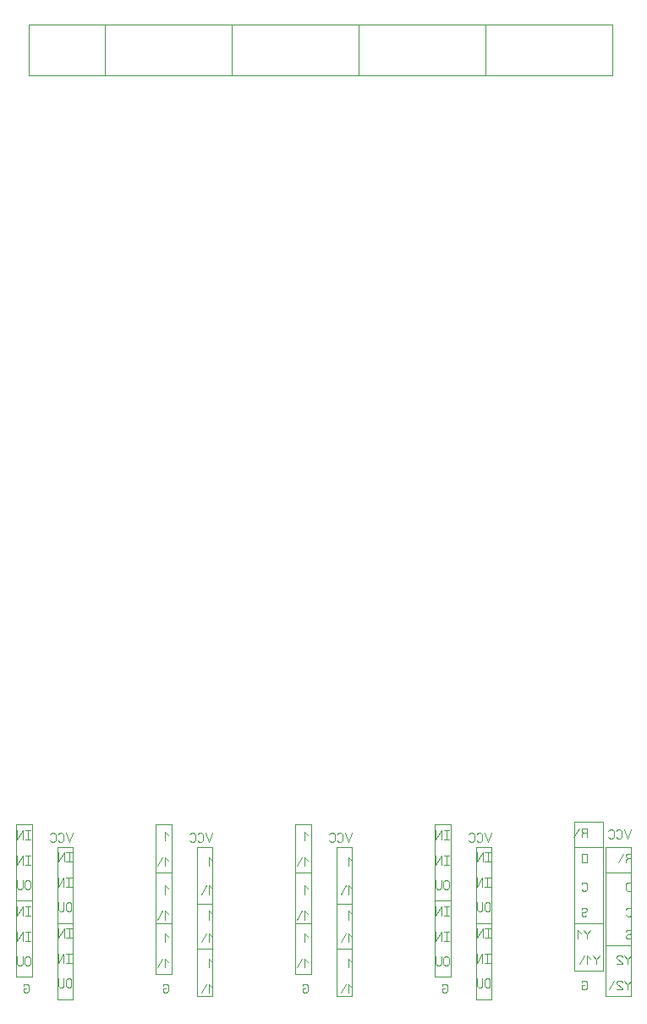
<source format=gbr>
%FSLAX34Y34*%
%MOMM*%
%LNSILK_BOTTOM*%
G71*
G01*
%ADD10C, 0.10*%
%ADD11C, 0.11*%
%LPD*%
G54D10*
X142875Y990600D02*
X219075Y990600D01*
X219075Y939800D01*
X142875Y939800D01*
X142875Y990600D01*
G54D10*
X219075Y990600D02*
X346075Y990600D01*
X346075Y939800D01*
X219075Y939800D01*
X219075Y990600D01*
G54D10*
X346075Y990600D02*
X473075Y990600D01*
X473075Y939800D01*
X346075Y939800D01*
X346075Y990600D01*
G54D10*
X473075Y990600D02*
X600075Y990600D01*
X600075Y939800D01*
X473075Y939800D01*
X473075Y990600D01*
G54D10*
X600075Y990600D02*
X727075Y990600D01*
X727075Y939800D01*
X600075Y939800D01*
X600075Y990600D01*
G54D11*
X699008Y182244D02*
X697008Y181133D01*
X696342Y180022D01*
X696342Y177800D01*
G54D11*
X701675Y177800D02*
X701675Y186689D01*
X698342Y186689D01*
X697008Y186133D01*
X696342Y185022D01*
X696342Y183911D01*
X697008Y182800D01*
X698342Y182244D01*
X701675Y182244D01*
G54D11*
X688565Y177800D02*
X693898Y186689D01*
G54D11*
X701675Y152400D02*
X701675Y161289D01*
X698342Y161289D01*
X697008Y160733D01*
X696342Y159622D01*
X696342Y154067D01*
X697008Y152956D01*
X698342Y152400D01*
X701675Y152400D01*
G54D11*
X696342Y125492D02*
X697008Y124380D01*
X698342Y123825D01*
X699675Y123825D01*
X701008Y124380D01*
X701675Y125492D01*
X701675Y131047D01*
X701008Y132158D01*
X699675Y132714D01*
X698342Y132714D01*
X697008Y132158D01*
X696342Y131047D01*
G54D11*
X701675Y100092D02*
X701008Y98980D01*
X699675Y98425D01*
X698342Y98425D01*
X697008Y98980D01*
X696342Y100092D01*
X696342Y101203D01*
X697008Y102314D01*
X698342Y102870D01*
X699675Y102870D01*
X701008Y103425D01*
X701675Y104536D01*
X701675Y105647D01*
X701008Y106758D01*
X699675Y107314D01*
X698342Y107314D01*
X697008Y106758D01*
X696342Y105647D01*
G54D11*
X704850Y85089D02*
X701517Y80644D01*
X701517Y76200D01*
G54D11*
X701517Y80644D02*
X698183Y85089D01*
G54D11*
X695739Y81756D02*
X692406Y85089D01*
X692406Y76200D01*
G54D11*
X714375Y59689D02*
X711042Y55244D01*
X711042Y50800D01*
G54D11*
X711042Y55244D02*
X707708Y59689D01*
G54D11*
X705264Y56356D02*
X701931Y59689D01*
X701931Y50800D01*
G54D11*
X694154Y50800D02*
X699487Y59689D01*
G54D11*
X699008Y29844D02*
X696342Y29844D01*
X696342Y27067D01*
X697008Y25956D01*
X698342Y25400D01*
X699675Y25400D01*
X701008Y25956D01*
X701675Y27067D01*
X701675Y32622D01*
X701008Y33733D01*
X699675Y34289D01*
X698342Y34289D01*
X697008Y33733D01*
X696342Y32622D01*
G54D11*
X746125Y34289D02*
X742792Y29844D01*
X742792Y25400D01*
G54D11*
X742792Y29844D02*
X739458Y34289D01*
G54D11*
X731681Y25400D02*
X737014Y25400D01*
X737014Y25956D01*
X736347Y27067D01*
X732347Y30400D01*
X731681Y31511D01*
X731681Y32622D01*
X732347Y33733D01*
X733681Y34289D01*
X735014Y34289D01*
X736347Y33733D01*
X737014Y32622D01*
G54D11*
X723904Y25400D02*
X729237Y34289D01*
G54D11*
X746125Y59689D02*
X742792Y55244D01*
X742792Y50800D01*
G54D11*
X742792Y55244D02*
X739458Y59689D01*
G54D11*
X731681Y50800D02*
X737014Y50800D01*
X737014Y51356D01*
X736347Y52467D01*
X732347Y55800D01*
X731681Y56911D01*
X731681Y58022D01*
X732347Y59133D01*
X733681Y59689D01*
X735014Y59689D01*
X736347Y59133D01*
X737014Y58022D01*
G54D11*
X746125Y77867D02*
X745458Y76756D01*
X744125Y76200D01*
X742792Y76200D01*
X741458Y76756D01*
X740792Y77867D01*
X740792Y78978D01*
X741458Y80089D01*
X742792Y80644D01*
X744125Y80644D01*
X745458Y81200D01*
X746125Y82311D01*
X746125Y83422D01*
X745458Y84533D01*
X744125Y85089D01*
X742792Y85089D01*
X741458Y84533D01*
X740792Y83422D01*
G54D11*
X740792Y100092D02*
X741458Y98980D01*
X742792Y98425D01*
X744125Y98425D01*
X745458Y98980D01*
X746125Y100092D01*
X746125Y105647D01*
X745458Y106758D01*
X744125Y107314D01*
X742792Y107314D01*
X741458Y106758D01*
X740792Y105647D01*
G54D11*
X746125Y123825D02*
X746125Y132714D01*
X742792Y132714D01*
X741458Y132158D01*
X740792Y131047D01*
X740792Y125492D01*
X741458Y124380D01*
X742792Y123825D01*
X746125Y123825D01*
G54D11*
X743458Y156844D02*
X741458Y155733D01*
X740792Y154622D01*
X740792Y152400D01*
G54D11*
X746125Y152400D02*
X746125Y161289D01*
X742792Y161289D01*
X741458Y160733D01*
X740792Y159622D01*
X740792Y158511D01*
X741458Y157400D01*
X742792Y156844D01*
X746125Y156844D01*
G54D11*
X733015Y152400D02*
X738348Y161289D01*
G54D11*
X745617Y185420D02*
X742283Y176530D01*
X738950Y185420D01*
G54D11*
X731172Y178197D02*
X731839Y177086D01*
X733172Y176530D01*
X734506Y176530D01*
X735839Y177086D01*
X736506Y178197D01*
X736506Y183753D01*
X735839Y184864D01*
X734506Y185420D01*
X733172Y185420D01*
X731839Y184864D01*
X731172Y183753D01*
G54D11*
X723395Y178197D02*
X724062Y177086D01*
X725395Y176530D01*
X726729Y176530D01*
X728062Y177086D01*
X728729Y178197D01*
X728729Y183753D01*
X728062Y184864D01*
X726729Y185420D01*
X725395Y185420D01*
X724062Y184864D01*
X723395Y183753D01*
G54D11*
X563796Y175763D02*
X558462Y175763D01*
G54D11*
X561129Y175763D02*
X561129Y184652D01*
G54D11*
X563796Y184652D02*
X558462Y184652D01*
G54D11*
X556019Y175763D02*
X556019Y184652D01*
X550685Y175763D01*
X550685Y184652D01*
G54D11*
X563682Y150363D02*
X558348Y150363D01*
G54D11*
X561015Y150363D02*
X561015Y159252D01*
G54D11*
X563682Y159252D02*
X558348Y159252D01*
G54D11*
X555905Y150363D02*
X555905Y159252D01*
X550572Y150363D01*
X550572Y159252D01*
G54D11*
X558269Y133050D02*
X558269Y127494D01*
X558936Y126383D01*
X560269Y125828D01*
X561602Y125828D01*
X562936Y126383D01*
X563602Y127494D01*
X563602Y133050D01*
X562936Y134161D01*
X561602Y134716D01*
X560269Y134716D01*
X558936Y134161D01*
X558269Y133050D01*
G54D11*
X555825Y134716D02*
X555825Y127494D01*
X555159Y126383D01*
X553825Y125828D01*
X552492Y125828D01*
X551159Y126383D01*
X550492Y127494D01*
X550492Y134716D01*
G54D11*
X559308Y26670D02*
X556642Y26670D01*
X556642Y23892D01*
X557308Y22780D01*
X558642Y22225D01*
X559975Y22225D01*
X561308Y22780D01*
X561975Y23892D01*
X561975Y29447D01*
X561308Y30558D01*
X559975Y31114D01*
X558642Y31114D01*
X557308Y30558D01*
X556642Y29447D01*
G54D11*
X605917Y182244D02*
X602583Y173356D01*
X599250Y182244D01*
G54D11*
X591472Y175022D02*
X592139Y173911D01*
X593472Y173356D01*
X594806Y173356D01*
X596139Y173911D01*
X596806Y175022D01*
X596806Y180578D01*
X596139Y181689D01*
X594806Y182244D01*
X593472Y182244D01*
X592139Y181689D01*
X591472Y180578D01*
G54D11*
X583695Y175022D02*
X584362Y173911D01*
X585695Y173356D01*
X587029Y173356D01*
X588362Y173911D01*
X589029Y175022D01*
X589029Y180578D01*
X588362Y181689D01*
X587029Y182244D01*
X585695Y182244D01*
X584362Y181689D01*
X583695Y180578D01*
G54D10*
X688950Y193675D02*
X717550Y193675D01*
X717550Y44450D01*
X688950Y44450D01*
X688950Y193675D01*
G54D10*
X746125Y168275D02*
X720725Y168275D01*
X720725Y19050D01*
X746125Y19050D01*
X746125Y168275D01*
G54D10*
X688975Y168275D02*
X717550Y168275D01*
G54D10*
X720725Y142875D02*
X746125Y142875D01*
G54D10*
X688975Y92075D02*
X717550Y92075D01*
G54D10*
X720725Y69850D02*
X746125Y69850D01*
G54D10*
X549275Y190500D02*
X565150Y190500D01*
X565150Y114300D01*
X549275Y114300D01*
X549275Y190500D01*
G54D11*
X422275Y180180D02*
X418942Y183514D01*
X418942Y174625D01*
G54D11*
X422275Y154780D02*
X418942Y158114D01*
X418942Y149225D01*
G54D11*
X411165Y149225D02*
X416498Y158114D01*
G54D11*
X422275Y126206D02*
X418942Y129539D01*
X418942Y120650D01*
G54D11*
X422275Y100806D02*
X418942Y104139D01*
X418942Y95250D01*
G54D11*
X411165Y95250D02*
X416498Y104139D01*
G54D11*
X422275Y78580D02*
X418942Y81914D01*
X418942Y73025D01*
G54D11*
X422275Y53180D02*
X418942Y56514D01*
X418942Y47625D01*
G54D11*
X411165Y47625D02*
X416498Y56514D01*
G54D11*
X419608Y26670D02*
X416942Y26670D01*
X416942Y23892D01*
X417608Y22780D01*
X418942Y22225D01*
X420275Y22225D01*
X421608Y22780D01*
X422275Y23892D01*
X422275Y29447D01*
X421608Y30558D01*
X420275Y31114D01*
X418942Y31114D01*
X417608Y30558D01*
X416942Y29447D01*
G54D11*
X466725Y27780D02*
X463392Y31114D01*
X463392Y22225D01*
G54D11*
X455615Y22225D02*
X460948Y31114D01*
G54D11*
X466725Y53180D02*
X463392Y56514D01*
X463392Y47625D01*
G54D11*
X466725Y78580D02*
X463392Y81914D01*
X463392Y73025D01*
G54D11*
X455615Y73025D02*
X460948Y81914D01*
G54D11*
X466725Y100806D02*
X463392Y104139D01*
X463392Y95250D01*
G54D11*
X466725Y126206D02*
X463392Y129539D01*
X463392Y120650D01*
G54D11*
X455615Y120650D02*
X460948Y129539D01*
G54D11*
X466725Y154780D02*
X463392Y158114D01*
X463392Y149225D01*
G54D11*
X466217Y182244D02*
X462883Y173356D01*
X459550Y182244D01*
G54D11*
X451772Y175022D02*
X452439Y173911D01*
X453772Y173356D01*
X455106Y173356D01*
X456439Y173911D01*
X457106Y175022D01*
X457106Y180578D01*
X456439Y181689D01*
X455106Y182244D01*
X453772Y182244D01*
X452439Y181689D01*
X451772Y180578D01*
G54D11*
X443995Y175022D02*
X444662Y173911D01*
X445995Y173356D01*
X447329Y173356D01*
X448662Y173911D01*
X449329Y175022D01*
X449329Y180578D01*
X448662Y181689D01*
X447329Y182244D01*
X445995Y182244D01*
X444662Y181689D01*
X443995Y180578D01*
G54D10*
X409575Y190500D02*
X425450Y190500D01*
X425450Y142875D01*
X409575Y142875D01*
X409575Y190500D01*
G54D10*
X409575Y142875D02*
X425450Y142875D01*
X425450Y92075D01*
X409575Y92075D01*
X409575Y142875D01*
G54D10*
X409575Y92075D02*
X425450Y92075D01*
X425450Y41275D01*
X409575Y41275D01*
X409575Y92075D01*
G54D10*
X466725Y66675D02*
X450850Y66675D01*
X450850Y19050D01*
X466725Y19050D01*
X466725Y66675D01*
G54D10*
X450850Y66675D02*
X466725Y66675D01*
X466725Y111125D01*
X450850Y111125D01*
X450850Y66675D01*
G54D10*
X450850Y111125D02*
X466725Y111125D01*
X466725Y168275D01*
X450850Y168275D01*
X450850Y111125D01*
G54D11*
X563796Y99563D02*
X558462Y99563D01*
G54D11*
X561129Y99563D02*
X561129Y108452D01*
G54D11*
X563796Y108452D02*
X558462Y108452D01*
G54D11*
X556019Y99563D02*
X556019Y108452D01*
X550685Y99563D01*
X550685Y108452D01*
G54D11*
X563682Y74163D02*
X558348Y74163D01*
G54D11*
X561015Y74163D02*
X561015Y83052D01*
G54D11*
X563682Y83052D02*
X558348Y83052D01*
G54D11*
X555905Y74163D02*
X555905Y83052D01*
X550572Y74163D01*
X550572Y83052D01*
G54D11*
X558269Y56850D02*
X558269Y51294D01*
X558936Y50183D01*
X560269Y49628D01*
X561602Y49628D01*
X562936Y50183D01*
X563602Y51294D01*
X563602Y56850D01*
X562936Y57961D01*
X561602Y58516D01*
X560269Y58516D01*
X558936Y57961D01*
X558269Y56850D01*
G54D11*
X555825Y58516D02*
X555825Y51294D01*
X555159Y50183D01*
X553825Y49628D01*
X552492Y49628D01*
X551159Y50183D01*
X550492Y51294D01*
X550492Y58516D01*
G54D10*
X549275Y114300D02*
X565150Y114300D01*
X565150Y38100D01*
X549275Y38100D01*
X549275Y114300D01*
G54D11*
X605071Y77338D02*
X599737Y77338D01*
G54D11*
X602404Y77338D02*
X602404Y86227D01*
G54D11*
X605071Y86227D02*
X599737Y86227D01*
G54D11*
X597294Y77338D02*
X597294Y86227D01*
X591960Y77338D01*
X591960Y86227D01*
G54D11*
X604957Y51938D02*
X599624Y51938D01*
G54D11*
X602290Y51938D02*
X602290Y60826D01*
G54D11*
X604957Y60826D02*
X599624Y60826D01*
G54D11*
X597180Y51938D02*
X597180Y60826D01*
X591846Y51938D01*
X591846Y60826D01*
G54D11*
X599544Y34625D02*
X599544Y29069D01*
X600211Y27958D01*
X601544Y27402D01*
X602877Y27402D01*
X604211Y27958D01*
X604877Y29069D01*
X604877Y34625D01*
X604211Y35736D01*
X602877Y36292D01*
X601544Y36292D01*
X600211Y35736D01*
X599544Y34625D01*
G54D11*
X597100Y36292D02*
X597100Y29069D01*
X596434Y27958D01*
X595100Y27402D01*
X593767Y27402D01*
X592434Y27958D01*
X591767Y29069D01*
X591767Y36292D01*
G54D10*
X590550Y92075D02*
X606425Y92075D01*
X606425Y15875D01*
X590550Y15875D01*
X590550Y92075D01*
G54D11*
X605071Y153538D02*
X599737Y153538D01*
G54D11*
X602404Y153538D02*
X602404Y162427D01*
G54D11*
X605071Y162427D02*
X599737Y162427D01*
G54D11*
X597294Y153538D02*
X597294Y162427D01*
X591960Y153538D01*
X591960Y162427D01*
G54D11*
X604957Y128138D02*
X599624Y128138D01*
G54D11*
X602290Y128138D02*
X602290Y137026D01*
G54D11*
X604957Y137026D02*
X599624Y137026D01*
G54D11*
X597180Y128138D02*
X597180Y137026D01*
X591846Y128138D01*
X591846Y137026D01*
G54D11*
X599544Y110825D02*
X599544Y105269D01*
X600211Y104158D01*
X601544Y103603D01*
X602877Y103603D01*
X604211Y104158D01*
X604877Y105269D01*
X604877Y110825D01*
X604211Y111936D01*
X602877Y112492D01*
X601544Y112492D01*
X600211Y111936D01*
X599544Y110825D01*
G54D11*
X597100Y112492D02*
X597100Y105269D01*
X596434Y104158D01*
X595100Y103603D01*
X593767Y103603D01*
X592434Y104158D01*
X591767Y105269D01*
X591767Y112492D01*
G54D10*
X590550Y168275D02*
X606425Y168275D01*
X606425Y92075D01*
X590550Y92075D01*
X590550Y168275D01*
G54D11*
X144696Y175763D02*
X139362Y175763D01*
G54D11*
X142029Y175763D02*
X142029Y184652D01*
G54D11*
X144696Y184652D02*
X139362Y184652D01*
G54D11*
X136919Y175763D02*
X136919Y184652D01*
X131585Y175763D01*
X131585Y184652D01*
G54D11*
X144582Y150363D02*
X139248Y150363D01*
G54D11*
X141915Y150363D02*
X141915Y159252D01*
G54D11*
X144582Y159252D02*
X139248Y159252D01*
G54D11*
X136805Y150363D02*
X136805Y159252D01*
X131471Y150363D01*
X131471Y159252D01*
G54D11*
X139169Y133050D02*
X139169Y127494D01*
X139836Y126383D01*
X141169Y125828D01*
X142502Y125828D01*
X143836Y126383D01*
X144502Y127494D01*
X144502Y133050D01*
X143836Y134161D01*
X142502Y134716D01*
X141169Y134716D01*
X139836Y134161D01*
X139169Y133050D01*
G54D11*
X136725Y134716D02*
X136725Y127494D01*
X136059Y126383D01*
X134725Y125828D01*
X133392Y125828D01*
X132059Y126383D01*
X131392Y127494D01*
X131392Y134716D01*
G54D11*
X140208Y26670D02*
X137542Y26670D01*
X137542Y23892D01*
X138208Y22780D01*
X139542Y22225D01*
X140875Y22225D01*
X142208Y22780D01*
X142875Y23892D01*
X142875Y29447D01*
X142208Y30558D01*
X140875Y31114D01*
X139542Y31114D01*
X138208Y30558D01*
X137542Y29447D01*
G54D11*
X186817Y182244D02*
X183483Y173356D01*
X180150Y182244D01*
G54D11*
X172372Y175022D02*
X173039Y173911D01*
X174372Y173356D01*
X175706Y173356D01*
X177039Y173911D01*
X177706Y175022D01*
X177706Y180578D01*
X177039Y181689D01*
X175706Y182244D01*
X174372Y182244D01*
X173039Y181689D01*
X172372Y180578D01*
G54D11*
X164595Y175022D02*
X165262Y173911D01*
X166595Y173356D01*
X167929Y173356D01*
X169262Y173911D01*
X169929Y175022D01*
X169929Y180578D01*
X169262Y181689D01*
X167929Y182244D01*
X166595Y182244D01*
X165262Y181689D01*
X164595Y180578D01*
G54D10*
X130175Y190500D02*
X146050Y190500D01*
X146050Y114300D01*
X130175Y114300D01*
X130175Y190500D01*
G54D11*
X144696Y99563D02*
X139362Y99563D01*
G54D11*
X142029Y99563D02*
X142029Y108452D01*
G54D11*
X144696Y108452D02*
X139362Y108452D01*
G54D11*
X136919Y99563D02*
X136919Y108452D01*
X131585Y99563D01*
X131585Y108452D01*
G54D11*
X144582Y74163D02*
X139248Y74163D01*
G54D11*
X141915Y74163D02*
X141915Y83052D01*
G54D11*
X144582Y83052D02*
X139248Y83052D01*
G54D11*
X136805Y74163D02*
X136805Y83052D01*
X131471Y74163D01*
X131471Y83052D01*
G54D11*
X139169Y56850D02*
X139169Y51294D01*
X139836Y50183D01*
X141169Y49628D01*
X142502Y49628D01*
X143836Y50183D01*
X144502Y51294D01*
X144502Y56850D01*
X143836Y57961D01*
X142502Y58516D01*
X141169Y58516D01*
X139836Y57961D01*
X139169Y56850D01*
G54D11*
X136725Y58516D02*
X136725Y51294D01*
X136059Y50183D01*
X134725Y49628D01*
X133392Y49628D01*
X132059Y50183D01*
X131392Y51294D01*
X131392Y58516D01*
G54D10*
X130175Y114300D02*
X146050Y114300D01*
X146050Y38100D01*
X130175Y38100D01*
X130175Y114300D01*
G54D11*
X185971Y77338D02*
X180637Y77338D01*
G54D11*
X183304Y77338D02*
X183304Y86227D01*
G54D11*
X185971Y86227D02*
X180637Y86227D01*
G54D11*
X178194Y77338D02*
X178194Y86227D01*
X172860Y77338D01*
X172860Y86227D01*
G54D11*
X185857Y51938D02*
X180523Y51938D01*
G54D11*
X183190Y51938D02*
X183190Y60826D01*
G54D11*
X185857Y60826D02*
X180523Y60826D01*
G54D11*
X178080Y51938D02*
X178080Y60826D01*
X172746Y51938D01*
X172746Y60826D01*
G54D11*
X180444Y34625D02*
X180444Y29069D01*
X181111Y27958D01*
X182444Y27402D01*
X183777Y27402D01*
X185111Y27958D01*
X185777Y29069D01*
X185777Y34625D01*
X185111Y35736D01*
X183777Y36292D01*
X182444Y36292D01*
X181111Y35736D01*
X180444Y34625D01*
G54D11*
X178000Y36292D02*
X178000Y29069D01*
X177334Y27958D01*
X176000Y27402D01*
X174667Y27402D01*
X173334Y27958D01*
X172667Y29069D01*
X172667Y36292D01*
G54D10*
X171450Y92075D02*
X187325Y92075D01*
X187325Y15875D01*
X171450Y15875D01*
X171450Y92075D01*
G54D11*
X185971Y153538D02*
X180637Y153538D01*
G54D11*
X183304Y153538D02*
X183304Y162427D01*
G54D11*
X185971Y162427D02*
X180637Y162427D01*
G54D11*
X178194Y153538D02*
X178194Y162427D01*
X172860Y153538D01*
X172860Y162427D01*
G54D11*
X185857Y128138D02*
X180523Y128138D01*
G54D11*
X183190Y128138D02*
X183190Y137026D01*
G54D11*
X185857Y137026D02*
X180523Y137026D01*
G54D11*
X178080Y128138D02*
X178080Y137026D01*
X172746Y128138D01*
X172746Y137026D01*
G54D11*
X180444Y110825D02*
X180444Y105269D01*
X181111Y104158D01*
X182444Y103603D01*
X183777Y103603D01*
X185111Y104158D01*
X185777Y105269D01*
X185777Y110825D01*
X185111Y111936D01*
X183777Y112492D01*
X182444Y112492D01*
X181111Y111936D01*
X180444Y110825D01*
G54D11*
X178000Y112492D02*
X178000Y105269D01*
X177334Y104158D01*
X176000Y103603D01*
X174667Y103603D01*
X173334Y104158D01*
X172667Y105269D01*
X172667Y112492D01*
G54D10*
X171450Y168275D02*
X187325Y168275D01*
X187325Y92075D01*
X171450Y92075D01*
X171450Y168275D01*
G54D11*
X282575Y180180D02*
X279242Y183514D01*
X279242Y174625D01*
G54D11*
X282575Y154780D02*
X279242Y158114D01*
X279242Y149225D01*
G54D11*
X271465Y149225D02*
X276798Y158114D01*
G54D11*
X282575Y126206D02*
X279242Y129539D01*
X279242Y120650D01*
G54D11*
X282575Y100806D02*
X279242Y104139D01*
X279242Y95250D01*
G54D11*
X271465Y95250D02*
X276798Y104139D01*
G54D11*
X282575Y78581D02*
X279242Y81914D01*
X279242Y73025D01*
G54D11*
X282575Y53181D02*
X279242Y56514D01*
X279242Y47625D01*
G54D11*
X271465Y47625D02*
X276798Y56514D01*
G54D11*
X279908Y26670D02*
X277242Y26670D01*
X277242Y23892D01*
X277908Y22781D01*
X279242Y22225D01*
X280575Y22225D01*
X281908Y22781D01*
X282575Y23892D01*
X282575Y29447D01*
X281908Y30558D01*
X280575Y31114D01*
X279242Y31114D01*
X277908Y30558D01*
X277242Y29447D01*
G54D11*
X327025Y27781D02*
X323692Y31114D01*
X323692Y22225D01*
G54D11*
X315915Y22225D02*
X321248Y31114D01*
G54D11*
X327025Y53181D02*
X323692Y56514D01*
X323692Y47625D01*
G54D11*
X327025Y78581D02*
X323692Y81914D01*
X323692Y73025D01*
G54D11*
X315915Y73025D02*
X321248Y81914D01*
G54D11*
X327025Y100806D02*
X323692Y104139D01*
X323692Y95250D01*
G54D11*
X327025Y126206D02*
X323692Y129539D01*
X323692Y120650D01*
G54D11*
X315915Y120650D02*
X321248Y129539D01*
G54D11*
X327025Y154780D02*
X323692Y158114D01*
X323692Y149225D01*
G54D11*
X326517Y182244D02*
X323183Y173356D01*
X319850Y182244D01*
G54D11*
X312072Y175022D02*
X312739Y173911D01*
X314072Y173356D01*
X315406Y173356D01*
X316739Y173911D01*
X317406Y175022D01*
X317406Y180578D01*
X316739Y181689D01*
X315406Y182244D01*
X314072Y182244D01*
X312739Y181689D01*
X312072Y180578D01*
G54D11*
X304295Y175022D02*
X304962Y173911D01*
X306295Y173356D01*
X307629Y173356D01*
X308962Y173911D01*
X309629Y175022D01*
X309629Y180578D01*
X308962Y181689D01*
X307629Y182244D01*
X306295Y182244D01*
X304962Y181689D01*
X304295Y180578D01*
G54D10*
X269875Y190500D02*
X285750Y190500D01*
X285750Y142875D01*
X269875Y142875D01*
X269875Y190500D01*
G54D10*
X269875Y142875D02*
X285750Y142875D01*
X285750Y92075D01*
X269875Y92075D01*
X269875Y142875D01*
G54D10*
X269875Y92075D02*
X285750Y92075D01*
X285750Y41275D01*
X269875Y41275D01*
X269875Y92075D01*
G54D10*
X327025Y66675D02*
X311150Y66675D01*
X311150Y19050D01*
X327025Y19050D01*
X327025Y66675D01*
G54D10*
X311150Y66675D02*
X327025Y66675D01*
X327025Y111125D01*
X311150Y111125D01*
X311150Y66675D01*
G54D10*
X311150Y111125D02*
X327025Y111125D01*
X327025Y168275D01*
X311150Y168275D01*
X311150Y111125D01*
M02*

</source>
